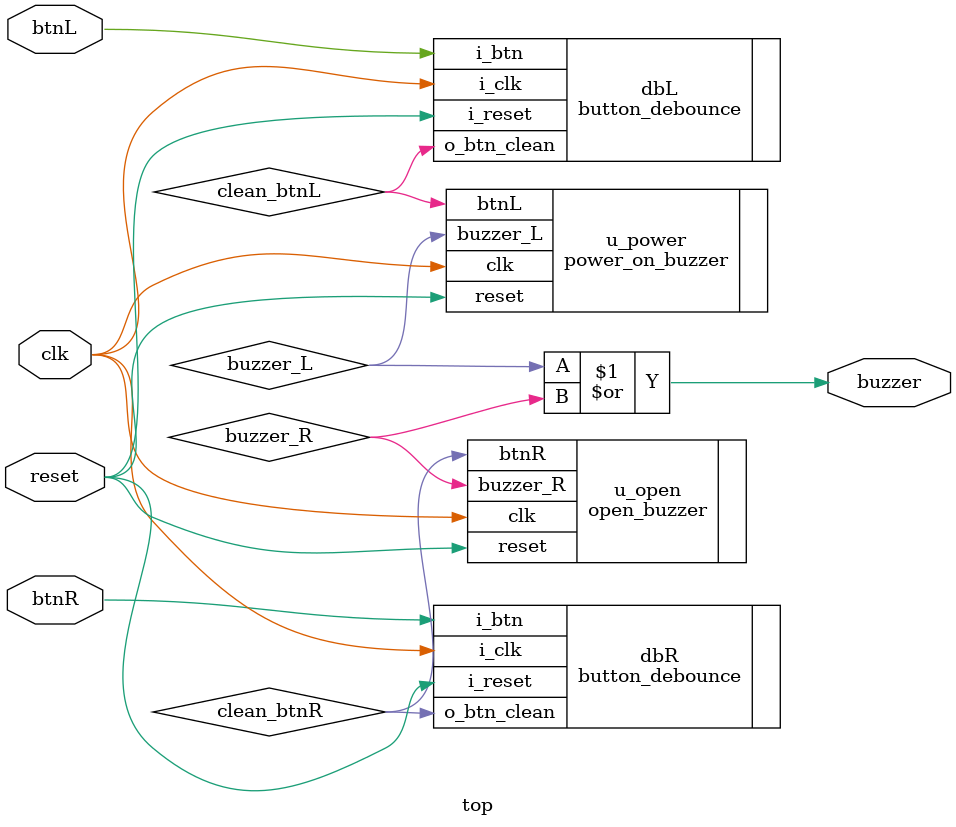
<source format=v>
`timescale 1ns / 1ps

module top(
    input clk,
    input reset,
    input btnL,
    input btnR,
    output buzzer
);

    wire clean_btnL, clean_btnR;
    wire buzzer_L, buzzer_R;

    // 버튼 디바운스
    button_debounce dbL (
        .i_clk(clk),
        .i_reset(reset),
        .i_btn(btnL),
        .o_btn_clean(clean_btnL)
    );

    button_debounce dbR (
        .i_clk(clk),
        .i_reset(reset),
        .i_btn(btnR),
        .o_btn_clean(clean_btnR)
    );

    // 파워 온 시퀀스 (btnL)
    power_on_buzzer u_power (
        .clk(clk),
        .reset(reset),
        .btnL(clean_btnL),
        .buzzer_L(buzzer_L)
    );

    // 오픈 시퀀스 (btnR)
    open_buzzer u_open (
        .clk(clk),
        .reset(reset),
        .btnR(clean_btnR),
        .buzzer_R(buzzer_R)
    );

    assign buzzer = buzzer_L | buzzer_R;

endmodule

</source>
